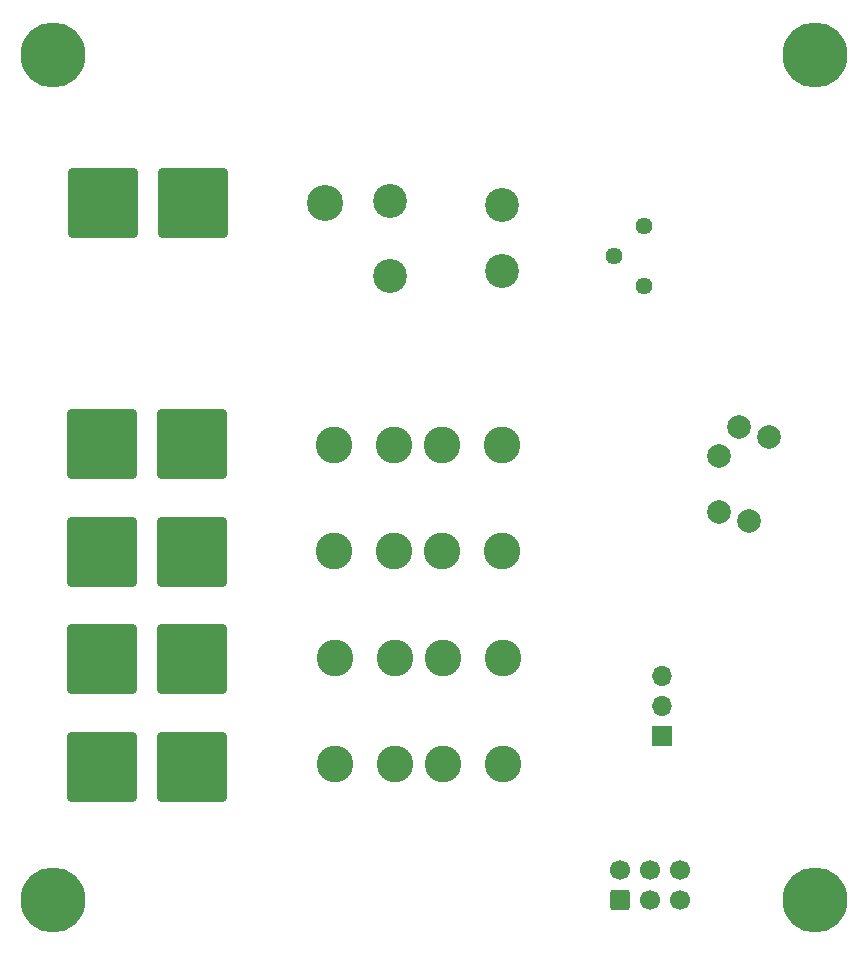
<source format=gbr>
%TF.GenerationSoftware,KiCad,Pcbnew,8.0.3*%
%TF.CreationDate,2024-06-23T19:26:25-05:00*%
%TF.ProjectId,Vehicle Power Switch,56656869-636c-4652-9050-6f7765722053,rev?*%
%TF.SameCoordinates,Original*%
%TF.FileFunction,Soldermask,Bot*%
%TF.FilePolarity,Negative*%
%FSLAX46Y46*%
G04 Gerber Fmt 4.6, Leading zero omitted, Abs format (unit mm)*
G04 Created by KiCad (PCBNEW 8.0.3) date 2024-06-23 19:26:25*
%MOMM*%
%LPD*%
G01*
G04 APERTURE LIST*
G04 Aperture macros list*
%AMRoundRect*
0 Rectangle with rounded corners*
0 $1 Rounding radius*
0 $2 $3 $4 $5 $6 $7 $8 $9 X,Y pos of 4 corners*
0 Add a 4 corners polygon primitive as box body*
4,1,4,$2,$3,$4,$5,$6,$7,$8,$9,$2,$3,0*
0 Add four circle primitives for the rounded corners*
1,1,$1+$1,$2,$3*
1,1,$1+$1,$4,$5*
1,1,$1+$1,$6,$7*
1,1,$1+$1,$8,$9*
0 Add four rect primitives between the rounded corners*
20,1,$1+$1,$2,$3,$4,$5,0*
20,1,$1+$1,$4,$5,$6,$7,0*
20,1,$1+$1,$6,$7,$8,$9,0*
20,1,$1+$1,$8,$9,$2,$3,0*%
G04 Aperture macros list end*
%ADD10C,5.500000*%
%ADD11C,3.098800*%
%ADD12RoundRect,0.500000X2.500000X2.500000X-2.500000X2.500000X-2.500000X-2.500000X2.500000X-2.500000X0*%
%ADD13C,1.440000*%
%ADD14RoundRect,0.250000X0.600000X-0.600000X0.600000X0.600000X-0.600000X0.600000X-0.600000X-0.600000X0*%
%ADD15C,1.700000*%
%ADD16C,2.000000*%
%ADD17C,2.870200*%
%ADD18C,3.060700*%
%ADD19R,1.700000X1.700000*%
%ADD20O,1.700000X1.700000*%
G04 APERTURE END LIST*
D10*
%TO.C,H4*%
X62000000Y-128500000D03*
%TD*%
%TO.C,H3*%
X62000000Y-57000000D03*
%TD*%
%TO.C,H2*%
X126500000Y-128500000D03*
%TD*%
%TO.C,H1*%
X126500000Y-57000000D03*
%TD*%
D11*
%TO.C,F3*%
X85776000Y-99000000D03*
X90856000Y-99000000D03*
X94920000Y-99000000D03*
X100000000Y-99000000D03*
%TD*%
D12*
%TO.C,J1*%
X73800000Y-69500000D03*
X66200000Y-69500000D03*
%TD*%
%TO.C,J5*%
X73765000Y-117235000D03*
X66165000Y-117235000D03*
%TD*%
D11*
%TO.C,F2*%
X85776000Y-90000000D03*
X90856000Y-90000000D03*
X94920000Y-90000000D03*
X100000000Y-90000000D03*
%TD*%
D13*
%TO.C,R7*%
X111985000Y-71460000D03*
X109445000Y-74000000D03*
X111985000Y-76540000D03*
%TD*%
D14*
%TO.C,J8*%
X109960000Y-128500000D03*
D15*
X109960000Y-125960000D03*
X112500000Y-128500000D03*
X112500000Y-125960000D03*
X115040000Y-128500000D03*
X115040000Y-125960000D03*
%TD*%
D16*
%TO.C,J6*%
X120097199Y-88500000D03*
X122617199Y-89349892D03*
X118377200Y-95649998D03*
X120897200Y-96399999D03*
X118377200Y-90950000D03*
%TD*%
D17*
%TO.C,U4*%
X99967600Y-69706000D03*
X90518800Y-69299600D03*
D18*
X85032400Y-69502800D03*
D17*
X90518800Y-75700400D03*
X99967600Y-75294000D03*
%TD*%
D12*
%TO.C,J4*%
X73765000Y-108135000D03*
X66165000Y-108135000D03*
%TD*%
D19*
%TO.C,J7*%
X113525000Y-114620000D03*
D20*
X113525000Y-112080000D03*
X113525000Y-109540000D03*
%TD*%
D11*
%TO.C,F5*%
X85856000Y-117000000D03*
X90936000Y-117000000D03*
X95000000Y-117000000D03*
X100080000Y-117000000D03*
%TD*%
D12*
%TO.C,J2*%
X73765000Y-89935000D03*
X66165000Y-89935000D03*
%TD*%
%TO.C,J3*%
X73765000Y-99035000D03*
X66165000Y-99035000D03*
%TD*%
D11*
%TO.C,F4*%
X85856000Y-108000000D03*
X90936000Y-108000000D03*
X95000000Y-108000000D03*
X100080000Y-108000000D03*
%TD*%
M02*

</source>
